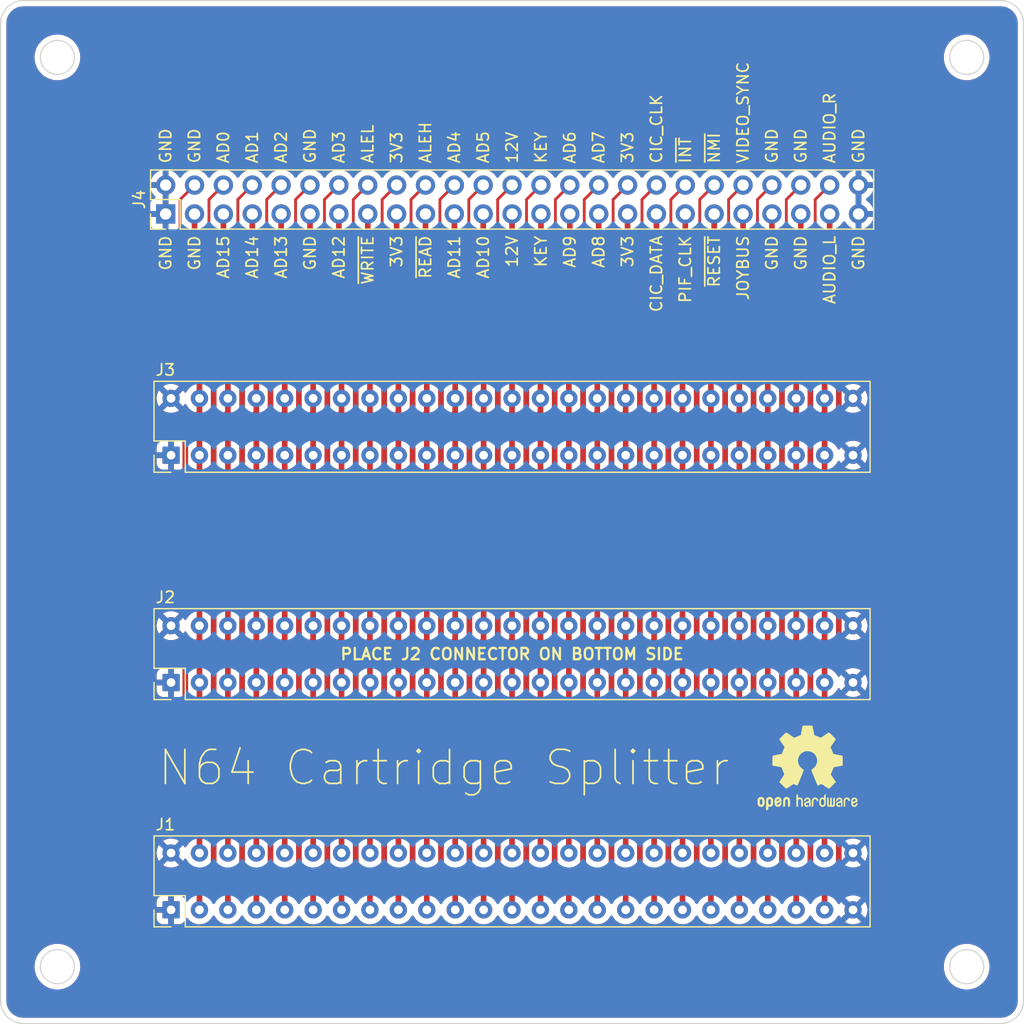
<source format=kicad_pcb>
(kicad_pcb (version 20211014) (generator pcbnew)
  (title_block (title "N64 Cartridge splitter board") (date "2022-01-02") (rev "1") (company "Polprzewodnikowy"))
  (layers (0 "F.Cu" signal) (31 "B.Cu" signal) (34 "B.Paste" user) (35 "F.Paste" user) (36 "B.SilkS" user "B.Silkscreen") (37 "F.SilkS" user "F.Silkscreen") (38 "B.Mask" user) (39 "F.Mask" user) (44 "Edge.Cuts" user))
  (net 0 "")
  (net 1 "/2")
  (net 2 "/3")
  (net 3 "/4")
  (net 4 "/5")
  (net 5 "/6")
  (net 6 "/7")
  (net 7 "/27")
  (net 8 "/28")
  (net 9 "/29")
  (net 10 "/30")
  (net 11 "/31")
  (net 12 "/32")
  (net 13 "/8")
  (net 14 "/9")
  (net 15 "/10")
  (net 16 "/11")
  (net 17 "/12")
  (net 18 "/13")
  (net 19 "/14")
  (net 20 "/15")
  (net 21 "/16")
  (net 22 "/17")
  (net 23 "/18")
  (net 24 "/19")
  (net 25 "/20")
  (net 26 "/21")
  (net 27 "/22")
  (net 28 "/23")
  (net 29 "/24")
  (net 30 "/33")
  (net 31 "/34")
  (net 32 "/35")
  (net 33 "/36")
  (net 34 "/37")
  (net 35 "/38")
  (net 36 "/39")
  (net 37 "/40")
  (net 38 "/41")
  (net 39 "/42")
  (net 40 "/43")
  (net 41 "/44")
  (net 42 "/45")
  (net 43 "/46")
  (net 44 "/47")
  (net 45 "/48")
  (net 46 "/49")
  (net 47 "/GND")
  (footprint "Polprzewodnikowy:N64_Slot" (layer "F.Cu") (at 150 97.5)
    (fp_text reference "J3")
    (fp_text value "N64_Cartridge")
  )
  (footprint "Connector_PinHeader_2.54mm:PinHeader_2x25_P2.54mm_Vertical" (layer "F.Cu") (at 119.525 78.775 90)
    (fp_text reference "J4")
    (fp_text value "Conn_02x25_Top_Bottom")
  )
  (footprint "Polprzewodnikowy:N64_Slot" (layer "F.Cu") (at 150 117.5)
    (fp_text reference "J2")
    (fp_text value "N64_Cartridge")
  )
  (footprint "Polprzewodnikowy:N64_Slot" (layer "F.Cu") (at 150 137.5)
    (fp_text reference "J1")
    (fp_text value "N64_Cartridge")
  )
  (footprint "Symbol:OSHW-Logo2_9.8x8mm_SilkScreen" (layer "F.Cu") (at 176 127.5)
    (fp_text reference "REF**" hide)
    (fp_text value "OSHW-Logo2_9.8x8mm_SilkScreen" hide)
  )
  (gr_arc (start 105 62) (mid 105.585786 60.585786) (end 107 60) (layer "Edge.Cuts") (width 0.1))
  (gr_line (start 105 62) (end 105 148) (layer "Edge.Cuts") (width 0.1))
  (gr_arc (start 195 148) (mid 194.414214 149.414214) (end 193 150) (layer "Edge.Cuts") (width 0.1))
  (gr_line (start 193 60) (end 107 60) (layer "Edge.Cuts") (width 0.1))
  (gr_line (start 195 148) (end 195 62) (layer "Edge.Cuts") (width 0.1))
  (gr_arc (start 107 150) (mid 105.585786 149.414214) (end 105 148) (layer "Edge.Cuts") (width 0.1))
  (gr_circle (center 190 145) (end 191.5 145) (layer "Edge.Cuts") (width 0.1) (fill none))
  (gr_arc (start 193 60) (mid 194.414214 60.585786) (end 195 62) (layer "Edge.Cuts") (width 0.1))
  (gr_circle (center 190 65) (end 191.5 65) (layer "Edge.Cuts") (width 0.1) (fill none))
  (gr_line (start 107 150) (end 193 150) (layer "Edge.Cuts") (width 0.1))
  (gr_circle (center 110 65) (end 111.5 65) (layer "Edge.Cuts") (width 0.1) (fill none))
  (gr_circle (center 110 145) (end 111.5 145) (layer "Edge.Cuts") (width 0.1) (fill none))
  (gr_text "12V" (at 150 82.072 90) (layer "F.SilkS") (effects (font (size 1 1))))
  (gr_text "KEY" (at 152.54 82.072 90) (layer "F.SilkS") (effects (font (size 1 1))))
  (gr_text "GND" (at 172.86 82.214857 90) (layer "F.SilkS") (effects (font (size 1 1))))
  (gr_text "CIC_CLK" (at 162.7 71.285143 90) (layer "F.SilkS") (effects (font (size 1 1))))
  (gr_text "PIF_CLK" (at 165.24 83.643428 90) (layer "F.SilkS") (effects (font (size 1 1))))
  (gr_text "GND" (at 180.48 82.214857 90) (layer "F.SilkS") (effects (font (size 1 1))))
  (gr_text "PLACE J2 CONNECTOR ON BOTTOM SIDE" (at 150 117.5) (layer "F.SilkS") (effects (font (size 1 1) (thickness 0.2))))
  (gr_text "AD9" (at 155.08 82.095809 90) (layer "F.SilkS") (effects (font (size 1 1))))
  (gr_text "AD0" (at 124.6 72.90419 90) (layer "F.SilkS") (effects (font (size 1 1))))
  (gr_text "ALEL" (at 137.3 72.618476 90) (layer "F.SilkS") (effects (font (size 1 1))))
  (gr_text "GND" (at 119.52 72.785143 90) (layer "F.SilkS") (effects (font (size 1 1))))
  (gr_text "AD10" (at 147.46 82.572 90) (layer "F.SilkS") (effects (font (size 1 1))))
  (gr_text "12V" (at 150 72.928 90) (layer "F.SilkS") (effects (font (size 1 1))))
  (gr_text "AD2" (at 129.68 72.90419 90) (layer "F.SilkS") (effects (font (size 1 1))))
  (gr_text "AUDIO_R" (at 177.94 71.213714 90) (layer "F.SilkS") (effects (font (size 1 1))))
  (gr_text "GND" (at 132.22 72.785143 90) (layer "F.SilkS") (effects (font (size 1 1))))
  (gr_text "3V3" (at 160.16 72.928 90) (layer "F.SilkS") (effects (font (size 1 1))))
  (gr_text "AD4" (at 144.92 72.90419 90) (layer "F.SilkS") (effects (font (size 1 1))))
  (gr_text "GND" (at 119.52 82.214857 90) (layer "F.SilkS") (effects (font (size 1 1))))
  (gr_text "AD15" (at 124.6 82.572 90) (layer "F.SilkS") (effects (font (size 1 1))))
  (gr_text "GND" (at 175.4 82.214857 90) (layer "F.SilkS") (effects (font (size 1 1))))
  (gr_text "~{RESET}" (at 167.78 82.952952 90) (layer "F.SilkS") (effects (font (size 1 1))))
  (gr_text "AD5" (at 147.46 72.90419 90) (layer "F.SilkS") (effects (font (size 1 1))))
  (gr_text "ALEH" (at 142.38 72.499428 90) (layer "F.SilkS") (effects (font (size 1 1))))
  (gr_text "GND" (at 175.4 72.785143 90) (layer "F.SilkS") (effects (font (size 1 1))))
  (gr_text "AD14" (at 127.14 82.572 90) (layer "F.SilkS") (effects (font (size 1 1))))
  (gr_text "AD3" (at 134.76 72.90419 90) (layer "F.SilkS") (effects (font (size 1 1))))
  (gr_text "GND" (at 172.86 72.785143 90) (layer "F.SilkS") (effects (font (size 1 1))))
  (gr_text "AD8" (at 157.62 82.095809 90) (layer "F.SilkS") (effects (font (size 1 1))))
  (gr_text "AD1" (at 127.14 72.90419 90) (layer "F.SilkS") (effects (font (size 1 1))))
  (gr_text "CIC_DATA" (at 162.7 84.04819 90) (layer "F.SilkS") (effects (font (size 1 1))))
  (gr_text "AD7" (at 157.62 72.90419 90) (layer "F.SilkS") (effects (font (size 1 1))))
  (gr_text "AD6" (at 155.08 72.928 90) (layer "F.SilkS") (effects (font (size 1 1))))
  (gr_text "GND" (at 122.06 82.214857 90) (layer "F.SilkS") (effects (font (size 1 1))))
  (gr_text "N64 Cartridge Splitter" (at 144 127.5) (layer "F.SilkS") (effects (font (size 3 3))))
  (gr_text "~{WRITE}" (at 137.3 82.833904 90) (layer "F.SilkS") (effects (font (size 1 1))))
  (gr_text "~{INT}" (at 165.24 73.166095 90) (layer "F.SilkS") (effects (font (size 1 1))))
  (gr_text "KEY" (at 152.54 72.928 90) (layer "F.SilkS") (effects (font (size 1 1))))
  (gr_text "AUDIO_L" (at 177.94 83.691047 90) (layer "F.SilkS") (effects (font (size 1 1))))
  (gr_text "~{READ}" (at 142.38 82.572 90) (layer "F.SilkS") (effects (font (size 1 1))))
  (gr_text "GND" (at 180.48 72.785143 90) (layer "F.SilkS") (effects (font (size 1 1))))
  (gr_text "3V3" (at 139.84 72.928 90) (layer "F.SilkS") (effects (font (size 1 1))))
  (gr_text "3V3" (at 139.84 82.072 90) (layer "F.SilkS") (effects (font (size 1 1))))
  (gr_text "JOYBUS" (at 170.32 83.524381 90) (layer "F.SilkS") (effects (font (size 1 1))))
  (gr_text "AD13" (at 129.68 82.572 90) (layer "F.SilkS") (effects (font (size 1 1))))
  (gr_text "AD12" (at 134.76 82.572 90) (layer "F.SilkS") (effects (font (size 1 1))))
  (gr_text "3V3" (at 160.16 82.072 90) (layer "F.SilkS") (effects (font (size 1 1))))
  (gr_text "~{NMI}" (at 167.78 72.975619 90) (layer "F.SilkS") (effects (font (size 1 1))))
  (gr_text "AD11" (at 144.92 82.572 90) (layer "F.SilkS") (effects (font (size 1 1))))
  (gr_text "GND" (at 122.06 72.785143 90) (layer "F.SilkS") (effects (font (size 1 1))))
  (gr_text "VIDEO_SYNC" (at 170.32 69.856571 90) (layer "F.SilkS") (effects (font (size 1 1))))
  (gr_text "GND" (at 132.22 82.214857 90) (layer "F.SilkS") (effects (font (size 1 1))))
  (segment (start 122.5 137.5) (end 123.75 136.25) (width 0.5) (layer "F.Cu") (net 1))
  (segment (start 122.065 78.775) (end 122.065 80.815) (width 0.5) (layer "F.Cu") (net 1))
  (segment (start 122.5 117.5) (end 123.75 116.25) (width 0.5) (layer "F.Cu") (net 1))
  (segment (start 122.065 80.815) (end 123.75 82.5) (width 0.5) (layer "F.Cu") (net 1))
  (segment (start 122.5 120) (end 122.5 117.5) (width 0.5) (layer "F.Cu") (net 1))
  (segment (start 122.5 97.5) (end 123.75 96.25) (width 0.5) (layer "F.Cu") (net 1))
  (segment (start 123.75 116.25) (end 123.75 102.75) (width 0.5) (layer "F.Cu") (net 1))
  (segment (start 123.75 102.75) (end 122.5 101.5) (width 0.5) (layer "F.Cu") (net 1))
  (segment (start 123.75 136.25) (end 123.75 122.75) (width 0.5) (layer "F.Cu") (net 1))
  (segment (start 123.75 122.75) (end 122.5 121.5) (width 0.5) (layer "F.Cu") (net 1))
  (segment (start 123.75 96.25) (end 123.75 82.5) (width 0.5) (layer "F.Cu") (net 1))
  (segment (start 122.5 101.5) (end 122.5 100) (width 0.5) (layer "F.Cu") (net 1))
  (segment (start 122.5 100) (end 122.5 97.5) (width 0.5) (layer "F.Cu") (net 1))
  (segment (start 122.5 121.5) (end 122.5 120) (width 0.5) (layer "F.Cu") (net 1))
  (segment (start 122.5 140) (end 122.5 137.5) (width 0.5) (layer "F.Cu") (net 1))
  (segment (start 125 140) (end 125 137.5) (width 0.5) (layer "F.Cu") (net 2))
  (segment (start 126.25 122.75) (end 125 121.5) (width 0.5) (layer "F.Cu") (net 2))
  (segment (start 125 137.5) (end 126.25 136.25) (width 0.5) (layer "F.Cu") (net 2))
  (segment (start 126.25 102.75) (end 126.25 116.25) (width 0.5) (layer "F.Cu") (net 2))
  (segment (start 126.25 136.25) (end 126.25 122.75) (width 0.5) (layer "F.Cu") (net 2))
  (segment (start 125 100) (end 125 101.5) (width 0.5) (layer "F.Cu") (net 2))
  (segment (start 125 117.5) (end 125 120) (width 0.5) (layer "F.Cu") (net 2))
  (segment (start 125 121.5) (end 125 120) (width 0.5) (layer "F.Cu") (net 2))
  (segment (start 124.605 78.775) (end 124.605 80.855) (width 0.5) (layer "F.Cu") (net 2))
  (segment (start 125 100) (end 125 97.5) (width 0.5) (layer "F.Cu") (net 2))
  (segment (start 125 101.5) (end 126.25 102.75) (width 0.5) (layer "F.Cu") (net 2))
  (segment (start 125 97.5) (end 126.25 96.25) (width 0.5) (layer "F.Cu") (net 2))
  (segment (start 126.25 116.25) (end 125 117.5) (width 0.5) (layer "F.Cu") (net 2))
  (segment (start 124.605 80.855) (end 126.25 82.5) (width 0.5) (layer "F.Cu") (net 2))
  (segment (start 126.25 96.25) (end 126.25 82.5) (width 0.5) (layer "F.Cu") (net 2))
  (segment (start 127.5 140) (end 127.5 137.5) (width 0.5) (layer "F.Cu") (net 3))
  (segment (start 128.75 96.25) (end 128.75 82.5) (width 0.5) (layer "F.Cu") (net 3))
  (segment (start 127.5 100) (end 127.5 97.5) (width 0.5) (layer "F.Cu") (net 3))
  (segment (start 128.75 136.25) (end 128.75 122.75) (width 0.5) (layer "F.Cu") (net 3))
  (segment (start 127.145 80.895) (end 128.75 82.5) (width 0.5) (layer "F.Cu") (net 3))
  (segment (start 127.145 78.775) (end 127.145 80.895) (width 0.5) (layer "F.Cu") (net 3))
  (segment (start 128.75 122.75) (end 127.5 121.5) (width 0.5) (layer "F.Cu") (net 3))
  (segment (start 127.5 97.5) (end 128.75 96.25) (width 0.5) (layer "F.Cu") (net 3))
  (segment (start 127.5 117.5) (end 127.5 120) (width 0.5) (layer "F.Cu") (net 3))
  (segment (start 127.5 137.5) (end 128.75 136.25) (width 0.5) (layer "F.Cu") (net 3))
  (segment (start 127.5 100) (end 127.5 101.5) (width 0.5) (layer "F.Cu") (net 3))
  (segment (start 128.75 116.25) (end 127.5 117.5) (width 0.5) (layer "F.Cu") (net 3))
  (segment (start 127.5 121.5) (end 127.5 120) (width 0.5) (layer "F.Cu") (net 3))
  (segment (start 127.5 101.5) (end 128.75 102.75) (width 0.5) (layer "F.Cu") (net 3))
  (segment (start 128.75 102.75) (end 128.75 116.25) (width 0.5) (layer "F.Cu") (net 3))
  (segment (start 131.25 136.25) (end 131.25 122.75) (width 0.5) (layer "F.Cu") (net 4))
  (segment (start 130 140) (end 130 137.5) (width 0.5) (layer "F.Cu") (net 4))
  (segment (start 131.25 96.25) (end 131.25 82.5) (width 0.5) (layer "F.Cu") (net 4))
  (segment (start 131.25 122.75) (end 130 121.5) (width 0.5) (layer "F.Cu") (net 4))
  (segment (start 130 100) (end 130 97.5) (width 0.5) (layer "F.Cu") (net 4))
  (segment (start 130 121.5) (end 130 120) (width 0.5) (layer "F.Cu") (net 4))
  (segment (start 130 117.5) (end 130 120) (width 0.5) (layer "F.Cu") (net 4))
  (segment (start 130 97.5) (end 131.25 96.25) (width 0.5) (layer "F.Cu") (net 4))
  (segment (start 130 101.5) (end 131.25 102.75) (width 0.5) (layer "F.Cu") (net 4))
  (segment (start 130 100) (end 130 101.5) (width 0.5) (layer "F.Cu") (net 4))
  (segment (start 131.25 102.75) (end 131.25 116.25) (width 0.5) (layer "F.Cu") (net 4))
  (segment (start 130 137.5) (end 131.25 136.25) (width 0.5) (layer "F.Cu") (net 4))
  (segment (start 129.685 80.935) (end 131.25 82.5) (width 0.5) (layer "F.Cu") (net 4))
  (segment (start 129.685 78.775) (end 129.685 80.935) (width 0.5) (layer "F.Cu") (net 4))
  (segment (start 131.25 116.25) (end 130 117.5) (width 0.5) (layer "F.Cu") (net 4))
  (segment (start 132.5 121.5) (end 132.5 120) (width 0.5) (layer "F.Cu") (net 5))
  (segment (start 132.5 101.5) (end 133.75 102.75) (width 0.5) (layer "F.Cu") (net 5))
  (segment (start 132.5 100) (end 132.5 101.5) (width 0.5) (layer "F.Cu") (net 5))
  (segment (start 133.75 116.25) (end 132.5 117.5) (width 0.5) (layer "F.Cu") (net 5))
  (segment (start 132.225 80.975) (end 133.75 82.5) (width 0.5) (layer "F.Cu") (net 5))
  (segment (start 132.5 97.5) (end 133.75 96.25) (width 0.5) (layer "F.Cu") (net 5))
  (segment (start 133.75 96.25) (end 133.75 82.5) (width 0.5) (layer "F.Cu") (net 5))
  (segment (start 133.75 102.75) (end 133.75 116.25) (width 0.5) (layer "F.Cu") (net 5))
  (segment (start 132.5 100) (end 132.5 97.5) (width 0.5) (layer "F.Cu") (net 5))
  (segment (start 132.5 140) (end 132.5 137.5) (width 0.5) (layer "F.Cu") (net 5))
  (segment (start 132.5 137.5) (end 133.75 136.25) (width 0.5) (layer "F.Cu") (net 5))
  (segment (start 132.5 117.5) (end 132.5 120) (width 0.5) (layer "F.Cu") (net 5))
  (segment (start 132.225 78.775) (end 132.225 80.975) (width 0.5) (layer "F.Cu") (net 5))
  (segment (start 133.75 136.25) (end 133.75 122.75) (width 0.5) (layer "F.Cu") (net 5))
  (segment (start 133.75 122.75) (end 132.5 121.5) (width 0.5) (layer "F.Cu") (net 5))
  (segment (start 134.765 81.015) (end 136.25 82.5) (width 0.5) (layer "F.Cu") (net 6))
  (segment (start 136.25 96.25) (end 136.25 82.5) (width 0.5) (layer "F.Cu") (net 6))
  (segment (start 136.25 136.25) (end 136.25 122.75) (width 0.5) (layer "F.Cu") (net 6))
  (segment (start 135 137.5) (end 136.25 136.25) (width 0.5) (layer "F.Cu") (net 6))
  (segment (start 135 101.5) (end 136.25 102.75) (width 0.5) (layer "F.Cu") (net 6))
  (segment (start 135 100) (end 135 97.5) (width 0.5) (layer "F.Cu") (net 6))
  (segment (start 136.25 122.75) (end 135 121.5) (width 0.5) (layer "F.Cu") (net 6))
  (segment (start 134.765 78.775) (end 134.765 81.015) (width 0.5) (layer "F.Cu") (net 6))
  (segment (start 135 117.5) (end 135 120) (width 0.5) (layer "F.Cu") (net 6))
  (segment (start 135 121.5) (end 135 120) (width 0.5) (layer "F.Cu") (net 6))
  (segment (start 135 97.5) (end 136.25 96.25) (width 0.5) (layer "F.Cu") (net 6))
  (segment (start 135 100) (end 135 101.5) (width 0.5) (layer "F.Cu") (net 6))
  (segment (start 135 140) (end 135 137.5) (width 0.5) (layer "F.Cu") (net 6))
  (segment (start 136.25 116.25) (end 135 117.5) (width 0.5) (layer "F.Cu") (net 6))
  (segment (start 136.25 102.75) (end 136.25 116.25) (width 0.5) (layer "F.Cu") (net 6))
  (segment (start 120.7948 80.7948) (end 122.5 82.5) (width 0.5) (layer "F.Cu") (net 7))
  (segment (start 121.25 121.5) (end 122.5 122.75) (width 0.5) (layer "F.Cu") (net 7))
  (segment (start 122.5 122.75) (end 122.5 135) (width 0.5) (layer "F.Cu") (net 7))
  (segment (start 120.7948 77.5052) (end 122.065 76.235) (width 0.25) (layer "F.Cu") (net 7))
  (segment (start 120.7948 80.7948) (end 120.7948 77.5052) (width 0.25) (layer "F.Cu") (net 7))
  (segment (start 121.25 117.5) (end 121.25 121.5) (width 0.5) (layer "F.Cu") (net 7))
  (segment (start 122.5 102.75) (end 122.5 115) (width 0.5) (layer "F.Cu") (net 7))
  (segment (start 121.25 97.5) (end 121.25 101.5) (width 0.5) (layer "F.Cu") (net 7))
  (segment (start 122.5 95) (end 122.5 93.5) (width 0.5) (layer "F.Cu") (net 7))
  (segment (start 122.5 115) (end 122.5 116.25) (width 0.5) (layer "F.Cu") (net 7))
  (segment (start 122.5 93.5) (end 122.5 82.5) (width 0.5) (layer "F.Cu") (net 7))
  (segment (start 122.5 116.25) (end 121.25 117.5) (width 0.5) (layer "F.Cu") (net 7))
  (segment (start 122.5 96.25) (end 121.25 97.5) (width 0.5) (layer "F.Cu") (net 7))
  (segment (start 121.25 101.5) (end 122.5 102.75) (width 0.5) (layer "F.Cu") (net 7))
  (segment (start 122.5 95) (end 122.5 96.25) (width 0.5) (layer "F.Cu") (net 7))
  (segment (start 125 95) (end 125 96.25) (width 0.5) (layer "F.Cu") (net 8))
  (segment (start 123.3348 80.8348) (end 125 82.5) (width 0.5) (layer "F.Cu") (net 8))
  (segment (start 125 93.5) (end 125 82.5) (width 0.5) (layer "F.Cu") (net 8))
  (segment (start 125 122.75) (end 125 135) (width 0.5) (layer "F.Cu") (net 8))
  (segment (start 125 95) (end 125 93.5) (width 0.5) (layer "F.Cu") (net 8))
  (segment (start 123.75 97.5) (end 123.75 101.5) (width 0.5) (layer "F.Cu") (net 8))
  (segment (start 125 96.25) (end 123.75 97.5) (width 0.5) (layer "F.Cu") (net 8))
  (segment (start 123.75 117.5) (end 123.75 121.5) (width 0.5) (layer "F.Cu") (net 8))
  (segment (start 123.3348 80.8348) (end 123.3348 77.5052) (width 0.25) (layer "F.Cu") (net 8))
  (segment (start 123.75 101.5) (end 125 102.75) (width 0.5) (layer "F.Cu") (net 8))
  (segment (start 125 115) (end 125 116.25) (width 0.5) (layer "F.Cu") (net 8))
  (segment (start 123.3348 77.5052) (end 124.605 76.235) (width 0.25) (layer "F.Cu") (net 8))
  (segment (start 125 102.75) (end 125 115) (width 0.5) (layer "F.Cu") (net 8))
  (segment (start 125 116.25) (end 123.75 117.5) (width 0.5) (layer "F.Cu") (net 8))
  (segment (start 123.75 121.5) (end 125 122.75) (width 0.5) (layer "F.Cu") (net 8))
  (segment (start 125.8748 77.5052) (end 125.8748 80.8748) (width 0.25) (layer "F.Cu") (net 9))
  (segment (start 127.5 96.25) (end 127.5 95) (width 0.5) (layer "F.Cu") (net 9))
  (segment (start 127.5 115) (end 127.5 102.75) (width 0.5) (layer "F.Cu") (net 9))
  (segment (start 127.145 76.235) (end 125.8748 77.5052) (width 0.25) (layer "F.Cu") (net 9))
  (segment (start 127.5 95) (end 127.5 82.5) (width 0.5) (layer "F.Cu") (net 9))
  (segment (start 127.5 122.75) (end 127.5 135) (width 0.5) (layer "F.Cu") (net 9))
  (segment (start 127.5 102.75) (end 126.25 101.5) (width 0.5) (layer "F.Cu") (net 9))
  (segment (start 126.25 117.5) (end 126.25 121.5) (width 0.5) (layer "F.Cu") (net 9))
  (segment (start 127.5 115) (end 127.5 116.25) (width 0.5) (layer "F.Cu") (net 9))
  (segment (start 126.25 121.5) (end 127.5 122.75) (width 0.5) (layer "F.Cu") (net 9))
  (segment (start 126.25 97.5) (end 127.5 96.25) (width 0.5) (layer "F.Cu") (net 9))
  (segment (start 126.25 101.5) (end 126.25 97.5) (width 0.5) (layer "F.Cu") (net 9))
  (segment (start 127.5 116.25) (end 126.25 117.5) (width 0.5) (layer "F.Cu") (net 9))
  (segment (start 125.8748 80.8748) (end 127.5 82.5) (width 0.5) (layer "F.Cu") (net 9))
  (segment (start 130 95) (end 130 82.5) (width 0.5) (layer "F.Cu") (net 10))
  (segment (start 128.75 101.5) (end 128.75 97.5) (width 0.5) (layer "F.Cu") (net 10))
  (segment (start 128.75 117.5) (end 128.75 121.5) (width 0.5) (layer "F.Cu") (net 10))
  (segment (start 130 116.25) (end 128.75 117.5) (width 0.5) (layer "F.Cu") (net 10))
  (segment (start 128.75 121.5) (end 130 122.75) (width 0.5) (layer "F.Cu") (net 10))
  (segment (start 130 115) (end 130 116.25) (width 0.5) (layer "F.Cu") (net 10))
  (segment (start 129.685 76.235) (end 128.4148 77.5052) (width 0.25) (layer "F.Cu") (net 10))
  (segment (start 130 115) (end 130 102.75) (width 0.5) (layer "F.Cu") (net 10))
  (segment (start 128.4148 80.9148) (end 130 82.5) (width 0.5) (layer "F.Cu") (net 10))
  (segment (start 130 102.75) (end 128.75 101.5) (width 0.5) (layer "F.Cu") (net 10))
  (segment (start 130 122.75) (end 130 135) (width 0.5) (layer "F.Cu") (net 10))
  (segment (start 130 96.25) (end 130 95) (width 0.5) (layer "F.Cu") (net 10))
  (segment (start 128.4148 77.5052) (end 128.4148 80.9148) (width 0.25) (layer "F.Cu") (net 10))
  (segment (start 128.75 97.5) (end 130 96.25) (width 0.5) (layer "F.Cu") (net 10))
  (segment (start 132.5 102.75) (end 131.25 101.5) (width 0.5) (layer "F.Cu") (net 11))
  (segment (start 131.25 121.5) (end 132.5 122.75) (width 0.5) (layer "F.Cu") (net 11))
  (segment (start 132.225 76.235) (end 130.9548 77.5052) (width 0.25) (layer "F.Cu") (net 11))
  (segment (start 130.9548 80.9548) (end 132.5 82.5) (width 0.5) (layer "F.Cu") (net 11))
  (segment (start 132.5 95) (end 132.5 82.5) (width 0.5) (layer "F.Cu") (net 11))
  (segment (start 131.25 117.5) (end 131.25 121.5) (width 0.5) (layer "F.Cu") (net 11))
  (segment (start 132.5 122.75) (end 132.5 135) (width 0.5) (layer "F.Cu") (net 11))
  (segment (start 130.9548 77.5052) (end 130.9548 80.9548) (width 0.25) (layer "F.Cu") (net 11))
  (segment (start 132.5 116.25) (end 131.25 117.5) (width 0.5) (layer "F.Cu") (net 11))
  (segment (start 132.5 115) (end 132.5 102.75) (width 0.5) (layer "F.Cu") (net 11))
  (segment (start 132.5 96.25) (end 132.5 95) (width 0.5) (layer "F.Cu") (net 11))
  (segment (start 132.5 115) (end 132.5 116.25) (width 0.5) (layer "F.Cu") (net 11))
  (segment (start 131.25 97.5) (end 132.5 96.25) (width 0.5) (layer "F.Cu") (net 11))
  (segment (start 131.25 101.5) (end 131.25 97.5) (width 0.5) (layer "F.Cu") (net 11))
  (segment (start 133.4948 77.5052) (end 133.4948 80.9948) (width 0.25) (layer "F.Cu") (net 12))
  (segment (start 133.75 101.5) (end 133.75 97.5) (width 0.5) (layer "F.Cu") (net 12))
  (segment (start 135 116.25) (end 133.75 117.5) (width 0.5) (layer "F.Cu") (net 12))
  (segment (start 133.75 121.5) (end 135 122.75) (width 0.5) (layer "F.Cu") (net 12))
  (segment (start 133.75 97.5) (end 135 96.25) (width 0.5) (layer "F.Cu") (net 12))
  (segment (start 135 115) (end 135 102.75) (width 0.5) (layer "F.Cu") (net 12))
  (segment (start 135 96.25) (end 135 95) (width 0.5) (layer "F.Cu") (net 12))
  (segment (start 133.4948 80.9948) (end 135 82.5) (width 0.5) (layer "F.Cu") (net 12))
  (segment (start 135 115) (end 135 116.25) (width 0.5) (layer "F.Cu") (net 12))
  (segment (start 135 102.75) (end 133.75 101.5) (width 0.5) (layer "F.Cu") (net 12))
  (segment (start 134.765 76.235) (end 133.4948 77.5052) (width 0.25) (layer "F.Cu") (net 12))
  (segment (start 135 95) (end 135 82.5) (width 0.5) (layer "F.Cu") (net 12))
  (segment (start 133.75 117.5) (end 133.75 121.5) (width 0.5) (layer "F.Cu") (net 12))
  (segment (start 135 122.75) (end 135 135) (width 0.5) (layer "F.Cu") (net 12))
  (segment (start 138.75 102.75) (end 137.5 101.5) (width 0.5) (layer "F.Cu") (net 13))
  (segment (start 137.5 120) (end 137.5 117.5) (width 0.5) (layer "F.Cu") (net 13))
  (segment (start 137.5 100) (end 137.5 97.5) (width 0.5) (layer "F.Cu") (net 13))
  (segment (start 137.5 121.5) (end 138.75 122.75) (width 0.5) (layer "F.Cu") (net 13))
  (segment (start 138.75 96.25) (end 138.75 82.5) (width 0.5) (layer "F.Cu") (net 13))
  (segment (start 138.75 122.75) (end 138.75 136.25) (width 0.5) (layer "F.Cu") (net 13))
  (segment (start 137.5 117.5) (end 138.75 116.25) (width 0.5) (layer "F.Cu") (net 13))
  (segment (start 138.75 136.25) (end 137.5 137.5) (width 0.5) (layer "F.Cu") (net 13))
  (segment (start 137.5 97.5) (end 138.75 96.25) (width 0.5) (layer "F.Cu") (net 13))
  (segment (start 137.5 137.5) (end 137.5 140) (width 0.5) (layer "F.Cu") (net 13))
  (segment (start 138.75 116.25) (end 138.75 102.75) (width 0.5) (layer "F.Cu") (net 13))
  (segment (start 137.5 120) (end 137.5 121.5) (width 0.5) (layer "F.Cu") (net 13))
  (segment (start 137.305 78.775) (end 137.305 81.055) (width 0.5) (layer "F.Cu") (net 13))
  (segment (start 137.305 81.055) (end 138.75 82.5) (width 0.5) (layer "F.Cu") (net 13))
  (segment (start 137.5 101.5) (end 137.5 100) (width 0.5) (layer "F.Cu") (net 13))
  (segment (start 140 121.5) (end 141.25 122.75) (width 0.5) (layer "F.Cu") (net 14))
  (segment (start 140 97.5) (end 141.25 96.25) (width 0.5) (layer "F.Cu") (net 14))
  (segment (start 140 117.5) (end 141.25 116.25) (width 0.5) (layer "F.Cu") (net 14))
  (segment (start 141.25 122.75) (end 141.25 136.25) (width 0.5) (layer "F.Cu") (net 14))
  (segment (start 141.25 102.75) (end 140 101.5) (width 0.5) (layer "F.Cu") (net 14))
  (segment (start 140 120) (end 140 117.5) (width 0.5) (layer "F.Cu") (net 14))
  (segment (start 140 101.5) (end 140 100) (width 0.5) (layer "F.Cu") (net 14))
  (segment (start 140 137.5) (end 140 140) (width 0.5) (layer "F.Cu") (net 14))
  (segment (start 141.25 136.25) (end 140 137.5) (width 0.5) (layer "F.Cu") (net 14))
  (segment (start 141.25 116.25) (end 141.25 102.75) (width 0.5) (layer "F.Cu") (net 14))
  (segment (start 141.25 96.25) (end 141.25 82.5) (width 0.5) (layer "F.Cu") (net 14))
  (segment (start 140 120) (end 140 121.5) (width 0.5) (layer "F.Cu") (net 14))
  (segment (start 139.845 81.095) (end 141.25 82.5) (width 0.5) (layer "F.Cu") (net 14))
  (segment (start 139.845 78.775) (end 139.845 81.095) (width 0.5) (layer "F.Cu") (net 14))
  (segment (start 140 100) (end 140 97.5) (width 0.5) (layer "F.Cu") (net 14))
  (segment (start 142.385 81.135) (end 143.75 82.5) (width 0.5) (layer "F.Cu") (net 15))
  (segment (start 142.5 100) (end 142.5 97.5) (width 0.5) (layer "F.Cu") (net 15))
  (segment (start 142.5 101.5) (end 142.5 100) (width 0.5) (layer "F.Cu") (net 15))
  (segment (start 142.385 78.775) (end 142.385 81.135) (width 0.5) (layer "F.Cu") (net 15))
  (segment (start 142.5 97.5) (end 143.75 96.25) (width 0.5) (layer "F.Cu") (net 15))
  (segment (start 142.5 117.5) (end 143.75 116.25) (width 0.5) (layer "F.Cu") (net 15))
  (segment (start 142.5 120) (end 142.5 121.5) (width 0.5) (layer "F.Cu") (net 15))
  (segment (start 143.75 136.25) (end 142.5 137.5) (width 0.5) (layer "F.Cu") (net 15))
  (segment (start 143.75 122.75) (end 143.75 136.25) (width 0.5) (layer "F.Cu") (net 15))
  (segment (start 143.75 96.25) (end 143.75 82.5) (width 0.5) (layer "F.Cu") (net 15))
  (segment (start 142.5 120) (end 142.5 117.5) (width 0.5) (layer "F.Cu") (net 15))
  (segment (start 143.75 102.75) (end 142.5 101.5) (width 0.5) (layer "F.Cu") (net 15))
  (segment (start 143.75 116.25) (end 143.75 102.75) (width 0.5) (layer "F.Cu") (net 15))
  (segment (start 142.5 137.5) (end 142.5 140) (width 0.5) (layer "F.Cu") (net 15))
  (segment (start 142.5 121.5) (end 143.75 122.75) (width 0.5) (layer "F.Cu") (net 15))
  (segment (start 144.925 78.775) (end 144.925 81.175) (width 0.5) (layer "F.Cu") (net 16))
  (segment (start 145 101.5) (end 145 100) (width 0.5) (layer "F.Cu") (net 16))
  (segment (start 145 121.5) (end 146.25 122.75) (width 0.5) (layer "F.Cu") (net 16))
  (segment (start 145 117.5) (end 146.25 116.25) (width 0.5) (layer "F.Cu") (net 16))
  (segment (start 145 100) (end 145 97.5) (width 0.5) (layer "F.Cu") (net 16))
  (segment (start 145 97.5) (end 146.25 96.25) (width 0.5) (layer "F.Cu") (net 16))
  (segment (start 145 137.5) (end 145 140) (width 0.5) (layer "F.Cu") (net 16))
  (segment (start 146.25 136.25) (end 145 137.5) (width 0.5) (layer "F.Cu") (net 16))
  (segment (start 145 120) (end 145 117.5) (width 0.5) (layer "F.Cu") (net 16))
  (segment (start 146.25 116.25) (end 146.25 102.75) (width 0.5) (layer "F.Cu") (net 16))
  (segment (start 146.25 122.75) (end 146.25 136.25) (width 0.5) (layer "F.Cu") (net 16))
  (segment (start 145 120) (end 145 121.5) (width 0.5) (layer "F.Cu") (net 16))
  (segment (start 146.25 96.25) (end 146.25 82.5) (width 0.5) (layer "F.Cu") (net 16))
  (segment (start 144.925 81.175) (end 146.25 82.5) (width 0.5) (layer "F.Cu") (net 16))
  (segment (start 146.25 102.75) (end 145 101.5) (width 0.5) (layer "F.Cu") (net 16))
  (segment (start 148.75 122.75) (end 148.75 136.25) (width 0.5) (layer "F.Cu") (net 17))
  (segment (start 147.5 121.5) (end 148.75 122.75) (width 0.5) (layer "F.Cu") (net 17))
  (segment (start 148.75 96.25) (end 148.75 82.5) (width 0.5) (layer "F.Cu") (net 17))
  (segment (start 148.75 102.75) (end 147.5 101.5) (width 0.5) (layer "F.Cu") (net 17))
  (segment (start 147.5 101.5) (end 147.5 100) (width 0.5) (layer "F.Cu") (net 17))
  (segment (start 147.5 120) (end 147.5 117.5) (width 0.5) (layer "F.Cu") (net 17))
  (segment (start 147.5 137.5) (end 147.5 140) (width 0.5) (layer "F.Cu") (net 17))
  (segment (start 147.5 120) (end 147.5 121.5) (width 0.5) (layer "F.Cu") (net 17))
  (segment (start 147.465 81.215) (end 148.75 82.5) (width 0.5) (layer "F.Cu") (net 17))
  (segment (start 148.75 136.25) (end 147.5 137.5) (width 0.5) (layer "F.Cu") (net 17))
  (segment (start 147.5 117.5) (end 148.75 116.25) (width 0.5) (layer "F.Cu") (net 17))
  (segment (start 147.5 100) (end 147.5 97.5) (width 0.5) (layer "F.Cu") (net 17))
  (segment (start 147.465 78.775) (end 147.465 81.215) (width 0.5) (layer "F.Cu") (net 17))
  (segment (start 148.75 116.25) (end 148.75 102.75) (width 0.5) (layer "F.Cu") (net 17))
  (segment (start 147.5 97.5) (end 148.75 96.25) (width 0.5) (layer "F.Cu") (net 17))
  (segment (start 150 120) (end 150 117.5) (width 0.5) (layer "F.Cu") (net 18))
  (segment (start 150 97.5) (end 151.25 96.25) (width 0.5) (layer "F.Cu") (net 18))
  (segment (start 151.25 136.25) (end 150 137.5) (width 0.5) (layer "F.Cu") (net 18))
  (segment (start 151.25 102.75) (end 150 101.5) (width 0.5) (layer "F.Cu") (net 18))
  (segment (start 150.005 81.255) (end 151.25 82.5) (width 0.5) (layer "F.Cu") (net 18))
  (segment (start 150 121.5) (end 151.25 122.75) (width 0.5) (layer "F.Cu") (net 18))
  (segment (start 150 137.5) (end 150 140) (width 0.5) (layer "F.Cu") (net 18))
  (segment (start 150 117.5) (end 151.25 116.25) (width 0.5) (layer "F.Cu") (net 18))
  (segment (start 150.005 78.775) (end 150.005 81.255) (width 0.5) (layer "F.Cu") (net 18))
  (segment (start 150 101.5) (end 150 100) (width 0.5) (layer "F.Cu") (net 18))
  (segment (start 150 100) (end 150 97.5) (width 0.5) (layer "F.Cu") (net 18))
  (segment (start 151.25 116.25) (end 151.25 102.75) (width 0.5) (layer "F.Cu") (net 18))
  (segment (start 150 120) (end 150 121.5) (width 0.5) (layer "F.Cu") (net 18))
  (segment (start 151.25 122.75) (end 151.25 136.25) (width 0.5) (layer "F.Cu") (net 18))
  (segment (start 151.25 96.25) (end 151.25 82.5) (width 0.5) (layer "F.Cu") (net 18))
  (segment (start 152.5 137.5) (end 152.5 140) (width 0.5) (layer "F.Cu") (net 19))
  (segment (start 152.545 81.295) (end 153.75 82.5) (width 0.5) (layer "F.Cu") (net 19))
  (segment (start 152.5 101.5) (end 152.5 100) (width 0.5) (layer "F.Cu") (net 19))
  (segment (start 153.75 102.75) (end 152.5 101.5) (width 0.5) (layer "F.Cu") (net 19))
  (segment (start 152.545 78.775) (end 152.545 81.295) (width 0.5) (layer "F.Cu") (net 19))
  (segment (start 153.75 96.25) (end 153.75 82.5) (width 0.5) (layer "F.Cu") (net 19))
  (segment (start 152.5 121.5) (end 153.75 122.75) (width 0.5) (layer "F.Cu") (net 19))
  (segment (start 152.5 120) (end 152.5 117.5) (width 0.5) (layer "F.Cu") (net 19))
  (segment (start 152.5 100) (end 152.5 97.5) (width 0.5) (layer "F.Cu") (net 19))
  (segment (start 152.5 117.5) (end 153.75 116.25) (width 0.5) (layer "F.Cu") (net 19))
  (segment (start 153.75 122.75) (end 153.75 136.25) (width 0.5) (layer "F.Cu") (net 19))
  (segment (start 152.5 120) (end 152.5 121.5) (width 0.5) (layer "F.Cu") (net 19))
  (segment (start 153.75 136.25) (end 152.5 137.5) (width 0.5) (layer "F.Cu") (net 19))
  (segment (start 152.5 97.5) (end 153.75 96.25) (width 0.5) (layer "F.Cu") (net 19))
  (segment (start 153.75 116.25) (end 153.75 102.75) (width 0.5) (layer "F.Cu") (net 19))
  (segment (start 156.25 136.25) (end 155 137.5) (width 0.5) (layer "F.Cu") (net 20))
  (segment (start 155 97.5) (end 156.25 96.25) (width 0.5) (layer "F.Cu") (net 20))
  (segment (start 155 101.5) (end 155 100) (width 0.5) (layer "F.Cu") (net 20))
  (segment (start 155 120) (end 155 121.5) (width 0.5) (layer "F.Cu") (net 20))
  (segment (start 156.25 122.75) (end 156.25 136.25) (width 0.5) (layer "F.Cu") (net 20))
  (segment (start 156.25 102.75) (end 155 101.5) (width 0.5) (layer "F.Cu") (net 20))
  (segment (start 155 120) (end 155 117.5) (width 0.5) (layer "F.Cu") (net 20))
  (segment (start 155 137.5) (end 155 140) (width 0.5) (layer "F.Cu") (net 20))
  (segment (start 155 100) (end 155 97.5) (width 0.5) (layer "F.Cu") (net 20))
  (segment (start 155.085 78.775) (end 155.085 81.335) (width 0.5) (layer "F.Cu") (net 20))
  (segment (start 156.25 116.25) (end 156.25 102.75) (width 0.5) (layer "F.Cu") (net 20))
  (segment (start 155 117.5) (end 156.25 116.25) (width 0.5) (layer "F.Cu") (net 20))
  (segment (start 155.085 81.335) (end 156.25 82.5) (width 0.5) (layer "F.Cu") (net 20))
  (segment (start 155 121.5) (end 156.25 122.75) (width 0.5) (layer "F.Cu") (net 20))
  (segment (start 156.25 96.25) (end 156.25 82.5) (width 0.5) (layer "F.Cu") (net 20))
  (segment (start 158.75 122.75) (end 158.75 136.25) (width 0.5) (layer "F.Cu") (net 21))
  (segment (start 158.75 136.25) (end 157.5 137.5) (width 0.5) (layer "F.Cu") (net 21))
  (segment (start 157.5 117.5) (end 158.75 116.25) (width 0.5) (layer "F.Cu") (net 21))
  (segment (start 157.5 121.5) (end 158.75 122.75) (width 0.5) (layer "F.Cu") (net 21))
  (segment (start 157.625 81.375) (end 158.75 82.5) (width 0.5) (layer "F.Cu") (net 21))
  (segment (start 157.5 100) (end 157.5 97.5) (width 0.5) (layer "F.Cu") (net 21))
  (segment (start 157.5 120) (end 157.5 117.5) (width 0.5) (layer "F.Cu") (net 21))
  (segment (start 157.5 120) (end 157.5 121.5) (width 0.5) (layer "F.Cu") (net 21))
  (segment (start 157.625 78.775) (end 157.625 81.375) (width 0.5) (layer "F.Cu") (net 21))
  (segment (start 157.5 97.5) (end 158.75 96.25) (width 0.5) (layer "F.Cu") (net 21))
  (segment (start 158.75 116.25) (end 158.75 102.75) (width 0.5) (layer "F.Cu") (net 21))
  (segment (start 157.5 101.5) (end 157.5 100) (width 0.5) (layer "F.Cu") (net 21))
  (segment (start 158.75 102.75) (end 157.5 101.5) (width 0.5) (layer "F.Cu") (net 21))
  (segment (start 157.5 137.5) (end 157.5 140) (width 0.5) (layer "F.Cu") (net 21))
  (segment (start 158.75 96.25) (end 158.75 82.5) (width 0.5) (layer "F.Cu") (net 21))
  (segment (start 160 121.5) (end 161.25 122.75) (width 0.5) (layer "F.Cu") (net 22))
  (segment (start 161.25 136.25) (end 160 137.5) (width 0.5) (layer "F.Cu") (net 22))
  (segment (start 160.165 81.415) (end 161.25 82.5) (width 0.5) (layer "F.Cu") (net 22))
  (segment (start 160 137.5) (end 160 140) (width 0.5) (layer "F.Cu") (net 22))
  (segment (start 161.25 116.25) (end 161.25 102.75) (width 0.5) (layer "F.Cu") (net 22))
  (segment (start 160 100) (end 160 97.5) (width 0.5) (layer "F.Cu") (net 22))
  (segment (start 160 117.5) (end 161.25 116.25) (width 0.5) (layer "F.Cu") (net 22))
  (segment (start 160 120) (end 160 121.5) (width 0.5) (layer "F.Cu") (net 22))
  (segment (start 161.25 122.75) (end 161.25 136.25) (width 0.5) (layer "F.Cu") (net 22))
  (segment (start 160 97.5) (end 161.25 96.25) (width 0.5) (layer "F.Cu") (net 22))
  (segment (start 160 120) (end 160 117.5) (width 0.5) (layer "F.Cu") (net 22))
  (segment (start 160.165 78.775) (end 160.165 81.415) (width 0.5) (layer "F.Cu") (net 22))
  (segment (start 160 101.5) (end 160 100) (width 0.5) (layer "F.Cu") (net 22))
  (segment (start 161.25 96.25) (end 161.25 82.5) (width 0.5) (layer "F.Cu") (net 22))
  (segment (start 161.25 102.75) (end 160 101.5) (width 0.5) (layer "F.Cu") (net 22))
  (segment (start 162.5 100) (end 162.5 97.5) (width 0.5) (layer "F.Cu") (net 23))
  (segment (start 163.75 136.25) (end 162.5 137.5) (width 0.5) (layer "F.Cu") (net 23))
  (segment (start 162.5 121.5) (end 163.75 122.75) (width 0.5) (layer "F.Cu") (net 23))
  (segment (start 162.5 97.5) (end 163.75 96.25) (width 0.5) (layer "F.Cu") (net 23))
  (segment (start 162.5 120) (end 162.5 117.5) (width 0.5) (layer "F.Cu") (net 23))
  (segment (start 162.5 137.5) (end 162.5 140) (width 0.5) (layer "F.Cu") (net 23))
  (segment (start 163.75 96.25) (end 163.75 82.5) (width 0.5) (layer "F.Cu") (net 23))
  (segment (start 162.5 120) (end 162.5 121.5) (width 0.5) (layer "F.Cu") (net 23))
  (segment (start 162.5 117.5) (end 163.75 116.25) (width 0.5) (layer "F.Cu") (net 23))
  (segment (start 163.75 116.25) (end 163.75 102.75) (width 0.5) (layer "F.Cu") (net 23))
  (segment (start 163.75 102.75) (end 162.5 101.5) (width 0.5) (layer "F.Cu") (net 23))
  (segment (start 162.705 78.775) (end 162.705 81.455) (width 0.5) (layer "F.Cu") (net 23))
  (segment (start 162.5 101.5) (end 162.5 100) (width 0.5) (layer "F.Cu") (net 23))
  (segment (start 162.705 81.455) (end 163.75 82.5) (width 0.5) (layer "F.Cu") (net 23))
  (segment (start 163.75 122.75) (end 163.75 136.25) (width 0.5) (layer "F.Cu") (net 23))
  (segment (start 166.25 122.75) (end 166.25 136.25) (width 0.5) (layer "F.Cu") (net 24))
  (segment (start 165 121.5) (end 166.25 122.75) (width 0.5) (layer "F.Cu") (net 24))
  (segment (start 165 100) (end 165 97.5) (width 0.5) (layer "F.Cu") (net 24))
  (segment (start 165 137.5) (end 165 140) (width 0.5) (layer "F.Cu") (net 24))
  (segment (start 165.245 78.775) (end 165.245 81.495) (width 0.5) (layer "F.Cu") (net 24))
  (segment (start 165 101.5) (end 165 100) (width 0.5) (layer "F.Cu") (net 24))
  (segment (start 166.25 96.25) (end 166.25 82.5) (width 0.5) (layer "F.Cu") (net 24))
  (segment (start 165 117.5) (end 166.25 116.25) (width 0.5) (layer "F.Cu") (net 24))
  (segment (start 165 120) (end 165 117.5) (width 0.5) (layer "F.Cu") (net 24))
  (segment (start 165.245 81.495) (end 166.25 82.5) (width 0.5) (layer "F.Cu") (net 24))
  (segment (start 166.25 136.25) (end 165 137.5) (width 0.5) (layer "F.Cu") (net 24))
  (segment (start 165 120) (end 165 121.5) (width 0.5) (layer "F.Cu") (net 24))
  (segment (start 166.25 116.25) (end 166.25 102.75) (width 0.5) (layer "F.Cu") (net 24))
  (segment (start 165 97.5) (end 166.25 96.25) (width 0.5) (layer "F.Cu") (net 24))
  (segment (start 166.25 102.75) (end 165 101.5) (width 0.5) (layer "F.Cu") (net 24))
  (segment (start 167.5 137.5) (end 167.5 140) (width 0.5) (layer "F.Cu") (net 25))
  (segment (start 168.75 102.75) (end 167.5 101.5) (width 0.5) (layer "F.Cu") (net 25))
  (segment (start 167.785 78.775) (end 167.785 81.535) (width 0.5) (layer "F.Cu") (net 25))
  (segment (start 168.75 96.25) (end 168.75 82.5) (width 0.5) (layer "F.Cu") (net 25))
  (segment (start 167.5 101.5) (end 167.5 100) (width 0.5) (layer "F.Cu") (net 25))
  (segment (start 167.5 120) (end 167.5 121.5) (width 0.5) (layer "F.Cu") (net 25))
  (segment (start 168.75 136.25) (end 167.5 137.5) (width 0.5) (layer "F.Cu") (net 25))
  (segment (start 167.785 81.535) (end 168.75 82.5) (width 0.5) (layer "F.Cu") (net 25))
  (segment (start 167.5 121.5) (end 168.75 122.75) (width 0.5) (layer "F.Cu") (net 25))
  (segment (start 168.75 116.25) (end 168.75 102.75) (width 0.5) (layer "F.Cu") (net 25))
  (segment (start 167.5 117.5) (end 168.75 116.25) (width 0.5) (layer "F.Cu") (net 25))
  (segment (start 168.75 122.75) (end 168.75 136.25) (width 0.5) (layer "F.Cu") (net 25))
  (segment (start 167.5 120) (end 167.5 117.5) (width 0.5) (layer "F.Cu") (net 25))
  (segment (start 167.5 100) (end 167.5 97.5) (width 0.5) (layer "F.Cu") (net 25))
  (segment (start 167.5 97.5) (end 168.75 96.25) (width 0.5) (layer "F.Cu") (net 25))
  (segment (start 171.25 96.25) (end 171.25 82.5) (width 0.5) (layer "F.Cu") (net 26))
  (segment (start 170 121.5) (end 171.25 122.75) (width 0.5) (layer "F.Cu") (net 26))
  (segment (start 170 97.5) (end 171.25 96.25) (width 0.5) (layer "F.Cu") (net 26))
  (segment (start 171.25 136.25) (end 170 137.5) (width 0.5) (layer "F.Cu") (net 26))
  (segment (start 170 100) (end 170 97.5) (width 0.5) (layer "F.Cu") (net 26))
  (segment (start 170.325 78.775) (end 170.325 81.575) (width 0.5) (layer "F.Cu") (net 26))
  (segment (start 170.325 81.575) (end 171.25 82.5) (width 0.5) (layer "F.Cu") (net 26))
  (segment (start 171.25 102.75) (end 170 101.5) (width 0.5) (layer "F.Cu") (net 26))
  (segment (start 170 101.5) (end 170 100) (width 0.5) (layer "F.Cu") (net 26))
  (segment (start 170 117.5) (end 171.25 116.25) (width 0.5) (layer "F.Cu") (net 26))
  (segment (start 170 120) (end 170 121.5) (width 0.5) (layer "F.Cu") (net 26))
  (segment (start 170 120) (end 170 117.5) (width 0.5) (layer "F.Cu") (net 26))
  (segment (start 171.25 122.75) (end 171.25 136.25) (width 0.5) (layer "F.Cu") (net 26))
  (segment (start 171.25 116.25) (end 171.25 102.75) (width 0.5) (layer "F.Cu") (net 26))
  (segment (start 170 137.5) (end 170 140) (width 0.5) (layer "F.Cu") (net 26))
  (segment (start 173.75 122.75) (end 173.75 136.25) (width 0.5) (layer "F.Cu") (net 27))
  (segment (start 172.5 97.5) (end 173.75 96.25) (width 0.5) (layer "F.Cu") (net 27))
  (segment (start 172.5 137.5) (end 172.5 140) (width 0.5) (layer "F.Cu") (net 27))
  (segment (start 172.5 120) (end 172.5 121.5) (width 0.5) (layer "F.Cu") (net 27))
  (segment (start 172.5 101.5) (end 172.5 100) (width 0.5) (layer "F.Cu") (net 27))
  (segment (start 172.865 78.775) (end 172.865 81.615) (width 0.5) (layer "F.Cu") (net 27))
  (segment (start 173.75 102.75) (end 172.5 101.5) (width 0.5) (layer "F.Cu") (net 27))
  (segment (start 173.75 136.25) (end 172.5 137.5) (width 0.5) (layer "F.Cu") (net 27))
  (segment (start 172.5 120) (end 172.5 117.5) (width 0.5) (layer "F.Cu") (net 27))
  (segment (start 173.75 116.25) (end 173.75 102.75) (width 0.5) (layer "F.Cu") (net 27))
  (segment (start 173.75 96.25) (end 173.75 82.5) (width 0.5) (layer "F.Cu") (net 27))
  (segment (start 172.865 81.615) (end 173.75 82.5) (width 0.5) (layer "F.Cu") (net 27))
  (segment (start 172.5 121.5) (end 173.75 122.75) (width 0.5) (layer "F.Cu") (net 27))
  (segment (start 172.5 100) (end 172.5 97.5) (width 0.5) (layer "F.Cu") (net 27))
  (segment (start 172.5 117.5) (end 173.75 116.25) (width 0.5) (layer "F.Cu") (net 27))
  (segment (start 175 121.5) (end 176.25 122.75) (width 0.5) (layer "F.Cu") (net 28))
  (segment (start 176.25 122.75) (end 176.25 136.25) (width 0.5) (layer "F.Cu") (net 28))
  (segment (start 176.25 116.25) (end 176.25 102.75) (width 0.5) (layer "F.Cu") (net 28))
  (segment (start 175 120) (end 175 121.5) (width 0.5) (layer "F.Cu") (net 28))
  (segment (start 175 137.5) (end 175 140) (width 0.5) (layer "F.Cu") (net 28))
  (segment (start 175 120) (end 175 117.5) (width 0.5) (layer "F.Cu") (net 28))
  (segment (start 175 101.5) (end 175 100) (width 0.5) (layer "F.Cu") (net 28))
  (segment (start 176.25 136.25) (end 175 137.5) (width 0.5) (layer "F.Cu") (net 28))
  (segment (start 176.25 102.75) (end 175 101.5) (width 0.5) (layer "F.Cu") (net 28))
  (segment (start 175 100) (end 175 97.5) (width 0.5) (layer "F.Cu") (net 28))
  (segment (start 175 117.5) (end 176.25 116.25) (width 0.5) (layer "F.Cu") (net 28))
  (segment (start 175.405 81.655) (end 176.25 82.5) (width 0.5) (layer "F.Cu") (net 28))
  (segment (start 175 97.5) (end 176.25 96.25) (width 0.5) (layer "F.Cu") (net 28))
  (segment (start 175.405 78.775) (end 175.405 81.655) (width 0.5) (layer "F.Cu") (net 28))
  (segment (start 176.25 96.25) (end 176.25 82.5) (width 0.5) (layer "F.Cu") (net 28))
  (segment (start 177.5 121.5) (end 178.75 122.75) (width 0.5) (layer "F.Cu") (net 29))
  (segment (start 177.5 137.5) (end 177.5 140) (width 0.5) (layer "F.Cu") (net 29))
  (segment (start 177.945 78.775) (end 177.945 81.695) (width 0.5) (layer "F.Cu") (net 29))
  (segment (start 178.75 96.25) (end 178.75 82.5) (width 0.5) (layer "F.Cu") (net 29))
  (segment (start 178.75 116.25) (end 178.75 102.75) (width 0.5) (layer "F.Cu") (net 29))
  (segment (start 177.5 100) (end 177.5 97.5) (width 0.5) (layer "F.Cu") (net 29))
  (segment (start 177.5 120) (end 177.5 117.5) (width 0.5) (layer "F.Cu") (net 29))
  (segment (start 177.945 81.695) (end 178.75 82.5) (width 0.5) (layer "F.Cu") (net 29))
  (segment (start 178.75 122.75) (end 178.75 136.25) (width 0.5) (layer "F.Cu") (net 29))
  (segment (start 178.75 102.75) (end 177.5 101.5) (width 0.5) (layer "F.Cu") (net 29))
  (segment (start 177.5 120) (end 177.5 121.5) (width 0.5) (layer "F.Cu") (net 29))
  (segment (start 177.5 101.5) (end 177.5 100) (width 0.5) (layer "F.Cu") (net 29))
  (segment (start 177.5 117.5) (end 178.75 116.25) (width 0.5) (layer "F.Cu") (net 29))
  (segment (start 177.5 97.5) (end 178.75 96.25) (width 0.5) (layer "F.Cu") (net 29))
  (segment (start 178.75 136.25) (end 177.5 137.5) (width 0.5) (layer "F.Cu") (net 29))
  (segment (start 137.5 116.25) (end 136.25 117.5) (width 0.5) (layer "F.Cu") (net 30))
  (segment (start 137.5 122.75) (end 137.5 135) (width 0.5) (layer "F.Cu") (net 30))
  (segment (start 136.0348 77.5052) (end 136.0348 81.0348) (width 0.25) (layer "F.Cu") (net 30))
  (segment (start 137.5 95) (end 137.5 96.25) (width 0.5) (layer "F.Cu") (net 30))
  (segment (start 136.25 101.5) (end 137.5 102.75) (width 0.5) (layer "F.Cu") (net 30))
  (segment (start 136.25 117.5) (end 136.25 121.5) (width 0.5) (layer "F.Cu") (net 30))
  (segment (start 137.305 76.235) (end 136.0348 77.5052) (width 0.25) (layer "F.Cu") (net 30))
  (segment (start 136.0348 81.0348) (end 137.5 82.5) (width 0.5) (layer "F.Cu") (net 30))
  (segment (start 136.25 97.5) (end 136.25 101.5) (width 0.5) (layer "F.Cu") (net 30))
  (segment (start 137.5 95) (end 137.5 82.5) (width 0.5) (layer "F.Cu") (net 30))
  (segment (start 137.5 102.75) (end 137.5 115) (width 0.5) (layer "F.Cu") (net 30))
  (segment (start 137.5 96.25) (end 136.25 97.5) (width 0.5) (layer "F.Cu") (net 30))
  (segment (start 136.25 121.5) (end 137.5 122.75) (width 0.5) (layer "F.Cu") (net 30))
  (segment (start 137.5 115) (end 137.5 116.25) (width 0.5) (layer "F.Cu") (net 30))
  (segment (start 138.75 121.5) (end 138.75 117.5) (width 0.5) (layer "F.Cu") (net 31))
  (segment (start 140 95) (end 140 96.25) (width 0.5) (layer "F.Cu") (net 31))
  (segment (start 138.75 97.5) (end 138.75 101.5) (width 0.5) (layer "F.Cu") (net 31))
  (segment (start 138.5748 77.5052) (end 138.5748 81.0748) (width 0.25) (layer "F.Cu") (net 31))
  (segment (start 140 122.75) (end 138.75 121.5) (width 0.5) (layer "F.Cu") (net 31))
  (segment (start 140 135) (end 140 122.75) (width 0.5) (layer "F.Cu") (net 31))
  (segment (start 138.75 101.5) (end 140 102.75) (width 0.5) (layer "F.Cu") (net 31))
  (segment (start 140 96.25) (end 138.75 97.5) (width 0.5) (layer "F.Cu") (net 31))
  (segment (start 138.5748 81.0748) (end 140 82.5) (width 0.5) (layer "F.Cu") (net 31))
  (segment (start 140 102.75) (end 140 115) (width 0.5) (layer "F.Cu") (net 31))
  (segment (start 140 95) (end 140 82.5) (width 0.5) (layer "F.Cu") (net 31))
  (segment (start 139.845 76.235) (end 138.5748 77.5052) (width 0.25) (layer "F.Cu") (net 31))
  (segment (start 138.75 117.5) (end 140 116.25) (width 0.5) (layer "F.Cu") (net 31))
  (segment (start 140 116.25) (end 140 115) (width 0.5) (layer "F.Cu") (net 31))
  (segment (start 142.385 76.235) (end 141.1148 77.5052) (width 0.25) (layer "F.Cu") (net 32))
  (segment (start 142.5 116.25) (end 142.5 115) (width 0.5) (layer "F.Cu") (net 32))
  (segment (start 141.1148 81.1148) (end 142.5 82.5) (width 0.5) (layer "F.Cu") (net 32))
  (segment (start 141.25 101.5) (end 142.5 102.75) (width 0.5) (layer "F.Cu") (net 32))
  (segment (start 141.25 121.5) (end 141.25 117.5) (width 0.5) (layer "F.Cu") (net 32))
  (segment (start 142.5 95) (end 142.5 96.25) (width 0.5) (layer "F.Cu") (net 32))
  (segment (start 142.5 122.75) (end 141.25 121.5) (width 0.5) (layer "F.Cu") (net 32))
  (segment (start 141.25 97.5) (end 141.25 101.5) (width 0.5) (layer "F.Cu") (net 32))
  (segment (start 142.5 96.25) (end 141.25 97.5) (width 0.5) (layer "F.Cu") (net 32))
  (segment (start 141.25 117.5) (end 142.5 116.25) (width 0.5) (layer "F.Cu") (net 32))
  (segment (start 142.5 102.75) (end 142.5 115) (width 0.5) (layer "F.Cu") (net 32))
  (segment (start 142.5 135) (end 142.5 122.75) (width 0.5) (layer "F.Cu") (net 32))
  (segment (start 142.5 95) (end 142.5 82.5) (width 0.5) (layer "F.Cu") (net 32))
  (segment (start 141.1148 77.5052) (end 141.1148 81.1148) (width 0.25) (layer "F.Cu") (net 32))
  (segment (start 145 96.25) (end 143.75 97.5) (width 0.5) (layer "F.Cu") (net 33))
  (segment (start 145 95) (end 145 96.25) (width 0.5) (layer "F.Cu") (net 33))
  (segment (start 145 122.75) (end 143.75 121.5) (width 0.5) (layer "F.Cu") (net 33))
  (segment (start 143.6548 81.1548) (end 145 82.5) (width 0.5) (layer "F.Cu") (net 33))
  (segment (start 143.6548 77.5052) (end 143.6548 81.1548) (width 0.25) (layer "F.Cu") (net 33))
  (segment (start 143.75 97.5) (end 143.75 101.5) (width 0.5) (layer "F.Cu") (net 33))
  (segment (start 145 95) (end 145 82.5) (width 0.5) (layer "F.Cu") (net 33))
  (segment (start 143.75 101.5) (end 145 102.75) (width 0.5) (layer "F.Cu") (net 33))
  (segment (start 145 135) (end 145 122.75) (width 0.5) (layer "F.Cu") (net 33))
  (segment (start 145 102.75) (end 145 115) (width 0.5) (layer "F.Cu") (net 33))
  (segment (start 144.925 76.235) (end 143.6548 77.5052) (width 0.25) (layer "F.Cu") (net 33))
  (segment (start 143.75 121.5) (end 143.75 117.5) (width 0.5) (layer "F.Cu") (net 33))
  (segment (start 143.75 117.5) (end 145 116.25) (width 0.5) (layer "F.Cu") (net 33))
  (segment (start 145 116.25) (end 145 115) (width 0.5) (layer "F.Cu") (net 33))
  (segment (start 146.1948 77.5052) (end 146.1948 81.1948) (width 0.25) (layer "F.Cu") (net 34))
  (segment (start 147.5 95) (end 147.5 96.255365) (width 0.5) (layer "F.Cu") (net 34))
  (segment (start 146.1948 81.1948) (end 147.5 82.5) (width 0.5) (layer "F.Cu") (net 34))
  (segment (start 147.5 95) (end 147.5 82.5) (width 0.5) (layer "F.Cu") (net 34))
  (segment (start 146.25 101.5) (end 147.5 102.75) (width 0.5) (layer "F.Cu") (net 34))
  (segment (start 147.5 102.75) (end 147.5 115) (width 0.5) (layer "F.Cu") (net 34))
  (segment (start 147.5 135) (end 147.5 122.75) (width 0.5) (layer "F.Cu") (net 34))
  (segment (start 146.25 97.505365) (end 146.25 101.5) (width 0.5) (layer "F.Cu") (net 34))
  (segment (start 146.25 117.505365) (end 147.5 116.255365) (width 0.5) (layer "F.Cu") (net 34))
  (segment (start 147.465 76.235) (end 146.1948 77.5052) (width 0.25) (layer "F.Cu") (net 34))
  (segment (start 147.5 122.75) (end 146.25 121.5) (width 0.5) (layer "F.Cu") (net 34))
  (segment (start 147.5 96.255365) (end 146.25 97.505365) (width 0.5) (layer "F.Cu") (net 34))
  (segment (start 147.5 116.255365) (end 147.5 115) (width 0.5) (layer "F.Cu") (net 34))
  (segment (start 146.25 121.5) (end 146.25 117.505365) (width 0.5) (layer "F.Cu") (net 34))
  (segment (start 150 116.25) (end 150 115) (width 0.5) (layer "F.Cu") (net 35))
  (segment (start 148.75 97.5) (end 148.75 101.5) (width 0.5) (layer "F.Cu") (net 35))
  (segment (start 148.7348 81.2348) (end 150 82.5) (width 0.5) (layer "F.Cu") (net 35))
  (segment (start 150 95) (end 150 96.25) (width 0.5) (layer "F.Cu") (net 35))
  (segment (start 150.005 76.235) (end 148.7348 77.5052) (width 0.25) (layer "F.Cu") (net 35))
  (segment (start 150 122.75) (end 148.75 121.5) (width 0.5) (layer "F.Cu") (net 35))
  (segment (start 148.7348 77.5052) (end 148.7348 81.2348) (width 0.25) (layer "F.Cu") (net 35))
  (segment (start 150 96.25) (end 148.75 97.5) (width 0.5) (layer "F.Cu") (net 35))
  (segment (start 150 135) (end 150 122.75) (width 0.5) (layer "F.Cu") (net 35))
  (segment (start 148.75 117.5) (end 150 116.25) (width 0.5) (layer "F.Cu") (net 35))
  (segment (start 150 102.75) (end 150 115) (width 0.5) (layer "F.Cu") (net 35))
  (segment (start 150 95) (end 150 82.5) (width 0.5) (layer "F.Cu") (net 35))
  (segment (start 148.75 121.5) (end 148.75 117.5) (width 0.5) (layer "F.Cu") (net 35))
  (segment (start 148.75 101.5) (end 150 102.75) (width 0.5) (layer "F.Cu") (net 35))
  (segment (start 151.25 117.5) (end 152.5 116.25) (width 0.5) (layer "F.Cu") (net 36))
  (segment (start 151.25 97.5) (end 151.25 101.5) (width 0.5) (layer "F.Cu") (net 36))
  (segment (start 152.545 76.235) (end 151.2748 77.5052) (width 0.25) (layer "F.Cu") (net 36))
  (segment (start 152.5 102.75) (end 152.5 115) (width 0.5) (layer "F.Cu") (net 36))
  (segment (start 151.25 121.5) (end 151.25 117.5) (width 0.5) (layer "F.Cu") (net 36))
  (segment (start 151.2748 81.2748) (end 152.5 82.5) (width 0.5) (layer "F.Cu") (net 36))
  (segment (start 152.5 95) (end 152.5 96.25) (width 0.5) (layer "F.Cu") (net 36))
  (segment (start 152.5 95) (end 152.5 82.5) (width 0.5) (layer "F.Cu") (net 36))
  (segment (start 152.5 116.25) (end 152.5 115) (width 0.5) (layer "F.Cu") (net 36))
  (segment (start 151.2748 77.5052) (end 151.2748 81.2748) (width 0.25) (layer "F.Cu") (net 36))
  (segment (start 152.5 96.25) (end 151.25 97.5) (width 0.5) (layer "F.Cu") (net 36))
  (segment (start 152.5 122.75) (end 151.25 121.5) (width 0.5) (layer "F.Cu") (net 36))
  (segment (start 151.25 101.5) (end 152.5 102.75) (width 0.5) (layer "F.Cu") (net 36))
  (segment (start 152.5 135) (end 152.5 122.75) (width 0.5) (layer "F.Cu") (net 36))
  (segment (start 153.75 121.5) (end 153.75 117.505365) (width 0.5) (layer "F.Cu") (net 37))
  (segment (start 155 96.255365) (end 153.75 97.505365) (width 0.5) (layer "F.Cu") (net 37))
  (segment (start 155 95) (end 155 82.5) (width 0.5) (layer "F.Cu") (net 37))
  (segment (start 155 102.75) (end 155 115) (width 0.5) (layer "F.Cu") (net 37))
  (segment (start 155 135) (end 155 122.75) (width 0.5) (layer "F.Cu") (net 37))
  (segment (start 155 116.255365) (end 155 115) (width 0.5) (layer "F.Cu") (net 37))
  (segment (start 153.75 117.505365) (end 155 116.255365) (width 0.5) (layer "F.Cu") (net 37))
  (segment (start 155.085 76.235) (end 153.8148 77.5052) (width 0.25) (layer "F.Cu") (net 37))
  (segment (start 155 122.75) (end 153.75 121.5) (width 0.5) (layer "F.Cu") (net 37))
  (segment (start 153.75 101.5) (end 155 102.75) (width 0.5) (layer "F.Cu") (net 37))
  (segment (start 155 95) (end 155 96.255365) (width 0.5) (layer "F.Cu") (net 37))
  (segment (start 153.8148 81.3148) (end 155 82.5) (width 0.5) (layer "F.Cu") (net 37))
  (segment (start 153.75 97.505365) (end 153.75 101.5) (width 0.5) (layer "F.Cu") (net 37))
  (segment (start 153.8148 77.5052) (end 153.8148 81.3148) (width 0.25) (layer "F.Cu") (net 37))
  (segment (start 157.5 96.255365) (end 156.25 97.505365) (width 0.5) (layer "F.Cu") (net 38))
  (segment (start 157.5 102.75) (end 157.5 115) (width 0.5) (layer "F.Cu") (net 38))
  (segment (start 157.5 135) (end 157.5 122.75) (width 0.5) (layer "F.Cu") (net 38))
  (segment (start 156.25 117.505365) (end 157.5 116.255365) (width 0.5) (layer "F.Cu") (net 38))
  (segment (start 157.5 122.75) (end 156.25 121.5) (width 0.5) (layer "F.Cu") (net 38))
  (segment (start 156.25 97.505365) (end 156.25 101.5) (width 0.5) (layer "F.Cu") (net 38))
  (segment (start 157.5 95) (end 157.5 82.5) (width 0.5) (layer "F.Cu") (net 38))
  (segment (start 156.25 101.5) (end 157.5 102.75) (width 0.5) (layer "F.Cu") (net 38))
  (segment (start 157.625 76.235) (end 156.3548 77.5052) (width 0.25) (layer "F.Cu") (net 38))
  (segment (start 157.5 95) (end 157.5 96.255365) (width 0.5) (layer "F.Cu") (net 38))
  (segment (start 156.3548 81.3548) (end 157.5 82.5) (width 0.5) (layer "F.Cu") (net 38))
  (segment (start 156.25 121.5) (end 156.25 117.505365) (width 0.5) (layer "F.Cu") (net 38))
  (segment (start 157.5 116.255365) (end 157.5 115) (width 0.5) (layer "F.Cu") (net 38))
  (segment (start 156.3548 77.5052) (end 156.3548 81.3548) (width 0.25) (layer "F.Cu") (net 38))
  (segment (start 160 96.25) (end 158.75 97.5) (width 0.5) (layer "F.Cu") (net 39))
  (segment (start 158.8948 81.3948) (end 160 82.5) (width 0.5) (layer "F.Cu") (net 39))
  (segment (start 158.75 97.5) (end 158.75 101.5) (width 0.5) (layer "F.Cu") (net 39))
  (segment (start 158.75 101.5) (end 160 102.75) (width 0.5) (layer "F.Cu") (net 39))
  (segment (start 158.75 121.5) (end 158.75 117.5) (width 0.5) (layer "F.Cu") (net 39))
  (segment (start 160.165 76.235) (end 158.8948 77.5052) (width 0.25) (layer "F.Cu") (net 39))
  (segment (start 160 95) (end 160 82.5) (width 0.5) (layer "F.Cu") (net 39))
  (segment (start 160 122.75) (end 158.75 121.5) (width 0.5) (layer "F.Cu") (net 39))
  (segment (start 160 102.75) (end 160 115) (width 0.5) (layer "F.Cu") (net 39))
  (segment (start 160 116.25) (end 160 115) (width 0.5) (layer "F.Cu") (net 39))
  (segment (start 160 95) (end 160 96.25) (width 0.5) (layer "F.Cu") (net 39))
  (segment (start 160 135) (end 160 122.75) (width 0.5) (layer "F.Cu") (net 39))
  (segment (start 158.8948 77.5052) (end 158.8948 81.3948) (width 0.25) (layer "F.Cu") (net 39))
  (segment (start 158.75 117.5) (end 160 116.25) (width 0.5) (layer "F.Cu") (net 39))
  (segment (start 162.5 95) (end 162.5 96.25) (width 0.5) (layer "F.Cu") (net 40))
  (segment (start 161.25 97.5) (end 161.25 101.5) (width 0.5) (layer "F.Cu") (net 40))
  (segment (start 161.25 121.5) (end 161.25 117.5) (width 0.5) (layer "F.Cu") (net 40))
  (segment (start 162.5 122.75) (end 161.25 121.5) (width 0.5) (layer "F.Cu") (net 40))
  (segment (start 161.25 117.5) (end 162.5 116.25) (width 0.5) (layer "F.Cu") (net 40))
  (segment (start 161.4348 81.4348) (end 162.5 82.5) (width 0.5) (layer "F.Cu") (net 40))
  (segment (start 162.5 95) (end 162.5 82.5) (width 0.5) (layer "F.Cu") (net 40))
  (segment (start 162.5 116.25) (end 162.5 115) (width 0.5) (layer "F.Cu") (net 40))
  (segment (start 161.25 101.5) (end 162.5 102.75) (width 0.5) (layer "F.Cu") (net 40))
  (segment (start 161.4348 77.5052) (end 161.4348 81.4348) (width 0.25) (layer "F.Cu") (net 40))
  (segment (start 162.705 76.235) (end 161.4348 77.5052) (width 0.25) (layer "F.Cu") (net 40))
  (segment (start 162.5 96.25) (end 161.25 97.5) (width 0.5) (layer "F.Cu") (net 40))
  (segment (start 162.5 135) (end 162.5 122.75) (width 0.5) (layer "F.Cu") (net 40))
  (segment (start 162.5 102.75) (end 162.5 115) (width 0.5) (layer "F.Cu") (net 40))
  (segment (start 163.75 121.5) (end 163.75 117.5) (width 0.5) (layer "F.Cu") (net 41))
  (segment (start 165 96.25) (end 163.75 97.5) (width 0.5) (layer "F.Cu") (net 41))
  (segment (start 163.9748 81.4748) (end 165 82.5) (width 0.5) (layer "F.Cu") (net 41))
  (segment (start 163.75 117.5) (end 165 116.25) (width 0.5) (layer "F.Cu") (net 41))
  (segment (start 165 135) (end 165 122.75) (width 0.5) (layer "F.Cu") (net 41))
  (segment (start 163.9748 77.5052) (end 163.9748 81.4748) (width 0.25) (layer "F.Cu") (net 41))
  (segment (start 165 95) (end 165 82.5) (width 0.5) (layer "F.Cu") (net 41))
  (segment (start 165 122.75) (end 163.75 121.5) (width 0.5) (layer "F.Cu") (net 41))
  (segment (start 165 102.75) (end 165 115) (width 0.5) (layer "F.Cu") (net 41))
  (segment (start 165 95) (end 165 96.25) (width 0.5) (layer "F.Cu") (net 41))
  (segment (start 165.245 76.235) (end 163.9748 77.5052) (width 0.25) (layer "F.Cu") (net 41))
  (segment (start 163.75 101.5) (end 165 102.75) (width 0.5) (layer "F.Cu") (net 41))
  (segment (start 163.75 97.5) (end 163.75 101.5) (width 0.5) (layer "F.Cu") (net 41))
  (segment (start 165 116.25) (end 165 115) (width 0.5) (layer "F.Cu") (net 41))
  (segment (start 167.5 135) (end 167.5 122.75) (width 0.5) (layer "F.Cu") (net 42))
  (segment (start 166.25 121.5) (end 166.25 117.505365) (width 0.5) (layer "F.Cu") (net 42))
  (segment (start 167.5 122.75) (end 166.25 121.5) (width 0.5) (layer "F.Cu") (net 42))
  (segment (start 166.5148 77.5052) (end 166.5148 81.5148) (width 0.25) (layer "F.Cu") (net 42))
  (segment (start 166.25 101.5) (end 167.5 102.75) (width 0.5) (layer "F.Cu") (net 42))
  (segment (start 167.5 95) (end 167.5 96.255365) (width 0.5) (layer "F.Cu") (net 42))
  (segment (start 166.25 97.505365) (end 166.25 101.5) (width 0.5) (layer "F.Cu") (net 42))
  (segment (start 167.5 96.255365) (end 166.25 97.505365) (width 0.5) (layer "F.Cu") (net 42))
  (segment (start 167.785 76.235) (end 166.5148 77.5052) (width 0.25) (layer "F.Cu") (net 42))
  (segment (start 166.25 117.505365) (end 167.5 116.255365) (width 0.5) (layer "F.Cu") (net 42))
  (segment (start 166.5148 81.5148) (end 167.5 82.5) (width 0.5) (layer "F.Cu") (net 42))
  (segment (start 167.5 116.255365) (end 167.5 115) (width 0.5) (layer "F.Cu") (net 42))
  (segment (start 167.5 102.75) (end 167.5 115) (width 0.5) (layer "F.Cu") (net 42))
  (segment (start 167.5 95) (end 167.5 82.5) (width 0.5) (layer "F.Cu") (net 42))
  (segment (start 168.75 101.5) (end 170 102.75) (width 0.5) (layer "F.Cu") (net 43))
  (segment (start 170 102.75) (end 170 115) (width 0.5) (layer "F.Cu") (net 43))
  (segment (start 168.75 117.5) (end 170 116.25) (width 0.5) (layer "F.Cu") (net 43))
  (segment (start 169.0548 81.5548) (end 170 82.5) (width 0.5) (layer "F.Cu") (net 43))
  (segment (start 169.0548 77.5052) (end 169.0548 81.5548) (width 0.25) (layer "F.Cu") (net 43))
  (segment (start 170 96.25) (end 168.75 97.5) (width 0.5) (layer "F.Cu") (net 43))
  (segment (start 170 95) (end 170 82.5) (width 0.5) (layer "F.Cu") (net 43))
  (segment (start 168.75 97.5) (end 168.75 101.5) (width 0.5) (layer "F.Cu") (net 43))
  (segment (start 170 122.75) (end 168.75 121.5) (width 0.5) (layer "F.Cu") (net 43))
  (segment (start 170 95) (end 170 96.25) (width 0.5) (layer "F.Cu") (net 43))
  (segment (start 170 135) (end 170 122.75) (width 0.5) (layer "F.Cu") (net 43))
  (segment (start 168.75 121.5) (end 168.75 117.5) (width 0.5) (layer "F.Cu") (net 43))
  (segment (start 170.325 76.235) (end 169.0548 77.5052) (width 0.25) (layer "F.Cu") (net 43))
  (segment (start 170 116.25) (end 170 115) (width 0.5) (layer "F.Cu") (net 43))
  (segment (start 172.5 95) (end 172.5 82.5) (width 0.5) (layer "F.Cu") (net 44))
  (segment (start 171.25 97.5) (end 171.25 101.5) (width 0.5) (layer "F.Cu") (net 44))
  (segment (start 172.5 95) (end 172.5 96.25) (width 0.5) (layer "F.Cu") (net 44))
  (segment (start 172.5 135) (end 172.5 122.75) (width 0.5) (layer "F.Cu") (net 44))
  (segment (start 172.5 102.75) (end 172.5 115) (width 0.5) (layer "F.Cu") (net 44))
  (segment (start 171.25 121.5) (end 171.25 117.5) (width 0.5) (layer "F.Cu") (net 44))
  (segment (start 172.865 76.235) (end 171.5948 77.5052) (width 0.25) (layer "F.Cu") (net 44))
  (segment (start 171.5948 81.5948) (end 172.5 82.5) (width 0.5) (layer "F.Cu") (net 44))
  (segment (start 171.25 101.5) (end 172.5 102.75) (width 0.5) (layer "F.Cu") (net 44))
  (segment (start 171.25 117.5) (end 172.5 116.25) (width 0.5) (layer "F.Cu") (net 44))
  (segment (start 172.5 122.75) (end 171.25 121.5) (width 0.5) (layer "F.Cu") (net 44))
  (segment (start 172.5 96.25) (end 171.25 97.5) (width 0.5) (layer "F.Cu") (net 44))
  (segment (start 171.5948 77.5052) (end 171.5948 81.5948) (width 0.25) (layer "F.Cu") (net 44))
  (segment (start 172.5 116.25) (end 172.5 115) (width 0.5) (layer "F.Cu") (net 44))
  (segment (start 175.405 76.235) (end 174.1348 77.5052) (width 0.25) (layer "F.Cu") (net 45))
  (segment (start 175 95) (end 175 96.25) (width 0.5) (layer "F.Cu") (net 45))
  (segment (start 175 96.25) (end 173.75 97.5) (width 0.5) (layer "F.Cu") (net 45))
  (segment (start 173.75 101.5) (end 175 102.75) (width 0.5) (layer "F.Cu") (net 45))
  (segment (start 173.75 121.5) (end 173.75 117.5) (width 0.5) (layer "F.Cu") (net 45))
  (segment (start 174.1348 77.5052) (end 174.1348 81.6348) (width 0.25) (layer "F.Cu") (net 45))
  (segment (start 175 93.5) (end 175 82.5) (width 0.5) (layer "F.Cu") (net 45))
  (segment (start 173.75 117.5) (end 175 116.25) (width 0.5) (layer "F.Cu") (net 45))
  (segment (start 175 95) (end 175 93.5) (width 0.5) (layer "F.Cu") (net 45))
  (segment (start 175 135) (end 175 122.75) (width 0.5) (layer "F.Cu") (net 45))
  (segment (start 175 102.75) (end 175 115) (width 0.5) (layer "F.Cu") (net 45))
  (segment (start 174.1348 81.6348) (end 175 82.5) (width 0.5) (layer "F.Cu") (net 45))
  (segment (start 175 116.25) (end 175 115) (width 0.5) (layer "F.Cu") (net 45))
  (segment (start 173.75 97.5) (end 173.75 101.5) (width 0.5) (layer "F.Cu") (net 45))
  (segment (start 175 122.75) (end 173.75 121.5) (width 0.5) (layer "F.Cu") (net 45))
  (segment (start 176.25 121.5) (end 176.25 117.5) (width 0.5) (layer "F.Cu") (net 46))
  (segment (start 177.5 116.25) (end 177.5 115) (width 0.5) (layer "F.Cu") (net 46))
  (segment (start 177.5 122.75) (end 176.25 121.5) (width 0.5) (layer "F.Cu") (net 46))
  (segment (start 176.25 117.5) (end 177.5 116.25) (width 0.5) (layer "F.Cu") (net 46))
  (segment (start 176.6748 81.6748) (end 177.5 82.5) (width 0.5) (layer "F.Cu") (net 46))
  (segment (start 176.25 97.5) (end 176.25 101.5) (width 0.5) (layer "F.Cu") (net 46))
  (segment (start 177.5 95) (end 177.5 96.25) (width 0.5) (layer "F.Cu") (net 46))
  (segment (start 177.945 76.235) (end 176.6748 77.5052) (width 0.25) (layer "F.Cu") (net 46))
  (segment (start 177.5 95) (end 177.5 82.5) (width 0.5) (layer "F.Cu") (net 46))
  (segment (start 177.5 96.25) (end 176.25 97.5) (width 0.5) (layer "F.Cu") (net 46))
  (segment (start 176.25 101.5) (end 177.5 102.75) (width 0.5) (layer "F.Cu") (net 46))
  (segment (start 176.6748 77.5052) (end 176.6748 81.6748) (width 0.25) (layer "F.Cu") (net 46))
  (segment (start 177.5 102.75) (end 177.5 115) (width 0.5) (layer "F.Cu") (net 46))
  (segment (start 177.5 135) (end 177.5 122.75) (width 0.5) (layer "F.Cu") (net 46))
  (zone (net 47) (net_name "/GND") (layers F&B.Cu) (connect_pads (clearance 0.508)) (min_thickness 0.254) (fill yes (thermal_gap 0.508) (thermal_bridge_width 0.508))
    (polygon (pts (xy 195 150) (xy 105 150) (xy 105 60) (xy 195 60)))
  )
)
</source>
